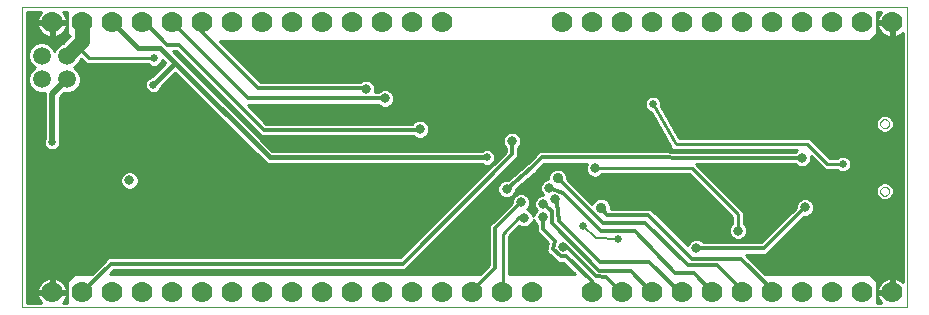
<source format=gbl>
G75*
%MOIN*%
%OFA0B0*%
%FSLAX24Y24*%
%IPPOS*%
%LPD*%
%AMOC8*
5,1,8,0,0,1.08239X$1,22.5*
%
%ADD10C,0.0000*%
%ADD11C,0.0594*%
%ADD12C,0.0700*%
%ADD13C,0.0100*%
%ADD14C,0.0250*%
%ADD15C,0.0200*%
%ADD16C,0.0500*%
%ADD17C,0.0160*%
%ADD18C,0.0080*%
%ADD19C,0.0317*%
%ADD20C,0.0120*%
%ADD21C,0.0356*%
D10*
X001680Y001485D02*
X001680Y011485D01*
X031180Y011485D01*
X031180Y001485D01*
X001680Y001485D01*
X030280Y005360D02*
X030282Y005384D01*
X030288Y005408D01*
X030297Y005430D01*
X030310Y005450D01*
X030326Y005468D01*
X030345Y005483D01*
X030366Y005496D01*
X030388Y005504D01*
X030412Y005509D01*
X030436Y005510D01*
X030460Y005507D01*
X030483Y005500D01*
X030505Y005490D01*
X030525Y005476D01*
X030542Y005459D01*
X030557Y005440D01*
X030568Y005419D01*
X030576Y005396D01*
X030580Y005372D01*
X030580Y005348D01*
X030576Y005324D01*
X030568Y005301D01*
X030557Y005280D01*
X030542Y005261D01*
X030525Y005244D01*
X030505Y005230D01*
X030483Y005220D01*
X030460Y005213D01*
X030436Y005210D01*
X030412Y005211D01*
X030388Y005216D01*
X030366Y005224D01*
X030345Y005237D01*
X030326Y005252D01*
X030310Y005270D01*
X030297Y005290D01*
X030288Y005312D01*
X030282Y005336D01*
X030280Y005360D01*
X030280Y007610D02*
X030282Y007634D01*
X030288Y007658D01*
X030297Y007680D01*
X030310Y007700D01*
X030326Y007718D01*
X030345Y007733D01*
X030366Y007746D01*
X030388Y007754D01*
X030412Y007759D01*
X030436Y007760D01*
X030460Y007757D01*
X030483Y007750D01*
X030505Y007740D01*
X030525Y007726D01*
X030542Y007709D01*
X030557Y007690D01*
X030568Y007669D01*
X030576Y007646D01*
X030580Y007622D01*
X030580Y007598D01*
X030576Y007574D01*
X030568Y007551D01*
X030557Y007530D01*
X030542Y007511D01*
X030525Y007494D01*
X030505Y007480D01*
X030483Y007470D01*
X030460Y007463D01*
X030436Y007460D01*
X030412Y007461D01*
X030388Y007466D01*
X030366Y007474D01*
X030345Y007487D01*
X030326Y007502D01*
X030310Y007520D01*
X030297Y007540D01*
X030288Y007562D01*
X030282Y007586D01*
X030280Y007610D01*
D11*
X003180Y009092D03*
X002330Y009092D03*
X002330Y009879D03*
X003180Y009879D03*
D12*
X002680Y010985D03*
X003680Y010985D03*
X004680Y010985D03*
X005680Y010985D03*
X006680Y010985D03*
X007668Y010985D03*
X008680Y010985D03*
X009680Y010985D03*
X010680Y010985D03*
X011680Y010985D03*
X012680Y010985D03*
X013680Y010985D03*
X014680Y010985D03*
X015680Y010985D03*
X019680Y010985D03*
X020680Y010985D03*
X021680Y010985D03*
X022680Y010985D03*
X023680Y010985D03*
X024680Y010985D03*
X025680Y010985D03*
X026680Y010985D03*
X027680Y010985D03*
X028680Y010985D03*
X029680Y010985D03*
X030680Y010985D03*
X030680Y001985D03*
X029680Y001985D03*
X028680Y001985D03*
X027680Y001985D03*
X026680Y001985D03*
X025680Y001985D03*
X024680Y001985D03*
X023680Y001985D03*
X022682Y001987D03*
X021680Y001985D03*
X020680Y001985D03*
X018680Y001985D03*
X017680Y001985D03*
X016680Y001985D03*
X015680Y001985D03*
X014680Y001985D03*
X013680Y001985D03*
X012680Y001985D03*
X011680Y001985D03*
X010680Y001985D03*
X009680Y001985D03*
X008680Y001985D03*
X007680Y001985D03*
X006680Y001985D03*
X005680Y001985D03*
X004680Y001985D03*
X003680Y001985D03*
X002680Y001985D03*
D13*
X002730Y001978D02*
X003180Y001978D01*
X003178Y001935D02*
X002730Y001935D01*
X002730Y002035D01*
X003178Y002035D01*
X003168Y002102D01*
X003143Y002177D01*
X003108Y002247D01*
X003061Y002311D01*
X003006Y002367D01*
X002942Y002413D01*
X002872Y002449D01*
X002797Y002473D01*
X002730Y002484D01*
X002730Y002035D01*
X002630Y002035D01*
X002630Y001935D01*
X002182Y001935D01*
X002192Y001868D01*
X002217Y001793D01*
X002252Y001723D01*
X002299Y001660D01*
X002323Y001635D01*
X001830Y001635D01*
X001830Y011335D01*
X002323Y011335D01*
X002299Y011311D01*
X002252Y011247D01*
X002217Y011177D01*
X002192Y011102D01*
X002182Y011035D01*
X002630Y011035D01*
X002630Y010935D01*
X002730Y010935D01*
X002730Y010487D01*
X002797Y010498D01*
X002872Y010522D01*
X002942Y010558D01*
X003006Y010604D01*
X003061Y010660D01*
X003108Y010723D01*
X003143Y010793D01*
X003168Y010868D01*
X003178Y010935D01*
X002730Y010935D01*
X002730Y011035D01*
X003178Y011035D01*
X003168Y011102D01*
X003143Y011177D01*
X003108Y011247D01*
X003061Y011311D01*
X003037Y011335D01*
X003180Y011335D01*
X003180Y010610D01*
X003263Y010527D01*
X003157Y010421D01*
X003040Y010305D01*
X002927Y010258D01*
X002801Y010132D01*
X002755Y010021D01*
X002709Y010132D01*
X002583Y010258D01*
X002419Y010326D01*
X002241Y010326D01*
X002077Y010258D01*
X001951Y010132D01*
X001883Y009968D01*
X001883Y009790D01*
X001951Y009626D01*
X002077Y009500D01*
X002113Y009485D01*
X002077Y009470D01*
X001951Y009345D01*
X001883Y009180D01*
X001883Y009003D01*
X001951Y008838D01*
X002077Y008713D01*
X002241Y008645D01*
X002419Y008645D01*
X002434Y008651D01*
X002430Y008641D01*
X002430Y007112D01*
X002405Y007052D01*
X002405Y006942D01*
X002447Y006841D01*
X002524Y006764D01*
X002625Y006722D01*
X002735Y006722D01*
X002836Y006764D01*
X002913Y006841D01*
X002955Y006942D01*
X002955Y007052D01*
X002930Y007112D01*
X002930Y008488D01*
X003088Y008646D01*
X003091Y008645D01*
X003269Y008645D01*
X003433Y008713D01*
X003559Y008838D01*
X003627Y009003D01*
X003627Y009180D01*
X003559Y009345D01*
X003433Y009470D01*
X003397Y009485D01*
X003433Y009500D01*
X003559Y009626D01*
X003606Y009739D01*
X003637Y009770D01*
X003822Y009585D01*
X005891Y009585D01*
X005924Y009552D01*
X006025Y009510D01*
X006135Y009510D01*
X006236Y009552D01*
X006313Y009629D01*
X006355Y009731D01*
X006355Y009735D01*
X006455Y009635D01*
X006005Y009185D01*
X006000Y009185D01*
X005899Y009143D01*
X005822Y009066D01*
X005780Y008965D01*
X005780Y008856D01*
X005822Y008754D01*
X005899Y008677D01*
X006000Y008635D01*
X006110Y008635D01*
X006211Y008677D01*
X006288Y008754D01*
X006330Y008856D01*
X006330Y008860D01*
X006780Y009310D01*
X009835Y006255D01*
X017021Y006255D01*
X017024Y006252D01*
X017125Y006210D01*
X017235Y006210D01*
X017336Y006252D01*
X017413Y006329D01*
X017455Y006431D01*
X017455Y006540D01*
X017413Y006641D01*
X017336Y006718D01*
X017235Y006760D01*
X017125Y006760D01*
X017024Y006718D01*
X017021Y006715D01*
X010025Y006715D01*
X007035Y009706D01*
X006900Y009840D01*
X006705Y010035D01*
X006807Y010035D01*
X009649Y007194D01*
X014726Y007194D01*
X014758Y007162D01*
X014871Y007115D01*
X014994Y007115D01*
X015107Y007162D01*
X015194Y007249D01*
X015241Y007362D01*
X015241Y007485D01*
X015194Y007598D01*
X015107Y007685D01*
X014994Y007732D01*
X014871Y007732D01*
X014758Y007685D01*
X014687Y007614D01*
X009823Y007614D01*
X009193Y008243D01*
X013554Y008243D01*
X013605Y008192D01*
X013719Y008145D01*
X013841Y008145D01*
X013955Y008192D01*
X014042Y008279D01*
X014089Y008392D01*
X014089Y008515D01*
X014042Y008628D01*
X013955Y008715D01*
X013841Y008762D01*
X013719Y008762D01*
X013605Y008715D01*
X013554Y008663D01*
X013431Y008663D01*
X013451Y008711D01*
X013451Y008834D01*
X013404Y008947D01*
X013317Y009034D01*
X013204Y009081D01*
X013081Y009081D01*
X012968Y009034D01*
X012929Y008995D01*
X009629Y008995D01*
X008264Y010360D01*
X029930Y010360D01*
X030180Y010610D01*
X030180Y011335D01*
X030323Y011335D01*
X030299Y011311D01*
X030252Y011247D01*
X030217Y011177D01*
X030192Y011102D01*
X030182Y011035D01*
X030630Y011035D01*
X030630Y010935D01*
X030730Y010935D01*
X030730Y010487D01*
X030797Y010498D01*
X030872Y010522D01*
X030942Y010558D01*
X031006Y010604D01*
X031030Y010628D01*
X031030Y002342D01*
X031006Y002367D01*
X030942Y002413D01*
X030872Y002449D01*
X030797Y002473D01*
X030730Y002484D01*
X030730Y002035D01*
X030630Y002035D01*
X030630Y001935D01*
X030182Y001935D01*
X030192Y001868D01*
X030217Y001793D01*
X030252Y001723D01*
X030299Y001660D01*
X030323Y001635D01*
X030180Y001635D01*
X030180Y002360D01*
X029930Y002610D01*
X026452Y002610D01*
X025812Y003250D01*
X026492Y003250D01*
X026615Y003373D01*
X027756Y004514D01*
X027829Y004514D01*
X027942Y004561D01*
X028029Y004648D01*
X028076Y004761D01*
X028076Y004884D01*
X028029Y004997D01*
X027942Y005084D01*
X027829Y005131D01*
X027706Y005131D01*
X027593Y005084D01*
X027506Y004997D01*
X027459Y004884D01*
X027459Y004811D01*
X026318Y003670D01*
X024381Y003670D01*
X024330Y003722D01*
X024216Y003769D01*
X024094Y003769D01*
X023980Y003722D01*
X023894Y003635D01*
X023859Y003553D01*
X022642Y004770D01*
X021308Y004770D01*
X021308Y004876D01*
X021258Y004996D01*
X021166Y005088D01*
X021045Y005138D01*
X020915Y005138D01*
X020794Y005088D01*
X020702Y004996D01*
X020682Y004947D01*
X019858Y005757D01*
X019858Y005851D01*
X019808Y005971D01*
X019716Y006063D01*
X019595Y006113D01*
X019465Y006113D01*
X019344Y006063D01*
X019252Y005971D01*
X019202Y005851D01*
X019202Y005769D01*
X019194Y005769D01*
X019080Y005722D01*
X018994Y005635D01*
X018947Y005522D01*
X018947Y005399D01*
X018994Y005286D01*
X019035Y005244D01*
X018994Y005244D01*
X018880Y005197D01*
X018794Y005110D01*
X018747Y004997D01*
X018747Y004874D01*
X018794Y004761D01*
X018831Y004723D01*
X018769Y004660D01*
X018722Y004547D01*
X018722Y004545D01*
X018679Y004647D01*
X018592Y004734D01*
X018520Y004764D01*
X018566Y004811D01*
X018613Y004924D01*
X018613Y005047D01*
X018566Y005160D01*
X018480Y005247D01*
X018366Y005294D01*
X018244Y005294D01*
X018130Y005247D01*
X018044Y005160D01*
X017997Y005047D01*
X017997Y004974D01*
X017368Y004345D01*
X017245Y004222D01*
X017245Y002897D01*
X016958Y002610D01*
X004602Y002610D01*
X004729Y002738D01*
X014454Y002738D01*
X018092Y006375D01*
X018215Y006498D01*
X018215Y006809D01*
X018266Y006861D01*
X018313Y006974D01*
X018313Y007097D01*
X018266Y007210D01*
X018180Y007297D01*
X018066Y007344D01*
X017944Y007344D01*
X017830Y007297D01*
X017744Y007210D01*
X017697Y007097D01*
X017697Y006974D01*
X017744Y006861D01*
X017795Y006809D01*
X017795Y006672D01*
X014281Y003158D01*
X004556Y003158D01*
X004433Y003035D01*
X004008Y002610D01*
X003430Y002610D01*
X003180Y002360D01*
X003180Y001635D01*
X003037Y001635D01*
X003061Y001660D01*
X003108Y001723D01*
X003143Y001793D01*
X003168Y001868D01*
X003178Y001935D01*
X003169Y001879D02*
X003180Y001879D01*
X003180Y001781D02*
X003137Y001781D01*
X003180Y001682D02*
X003078Y001682D01*
X003172Y002076D02*
X003180Y002076D01*
X003180Y002175D02*
X003144Y002175D01*
X003180Y002273D02*
X003089Y002273D01*
X002999Y002372D02*
X003192Y002372D01*
X003290Y002470D02*
X002805Y002470D01*
X002730Y002470D02*
X002630Y002470D01*
X002630Y002484D02*
X002563Y002473D01*
X002488Y002449D01*
X002418Y002413D01*
X002354Y002367D01*
X002299Y002311D01*
X002252Y002247D01*
X002217Y002177D01*
X002192Y002102D01*
X002182Y002035D01*
X002630Y002035D01*
X002630Y002484D01*
X002555Y002470D02*
X001830Y002470D01*
X001830Y002372D02*
X002361Y002372D01*
X002271Y002273D02*
X001830Y002273D01*
X001830Y002175D02*
X002216Y002175D01*
X002188Y002076D02*
X001830Y002076D01*
X001830Y001978D02*
X002630Y001978D01*
X002630Y002076D02*
X002730Y002076D01*
X002730Y002175D02*
X002630Y002175D01*
X002630Y002273D02*
X002730Y002273D01*
X002730Y002372D02*
X002630Y002372D01*
X003389Y002569D02*
X001830Y002569D01*
X001830Y002667D02*
X004065Y002667D01*
X004164Y002766D02*
X001830Y002766D01*
X001830Y002864D02*
X004262Y002864D01*
X004361Y002963D02*
X001830Y002963D01*
X001830Y003061D02*
X004459Y003061D01*
X004659Y002667D02*
X017015Y002667D01*
X017114Y002766D02*
X014482Y002766D01*
X014581Y002864D02*
X017212Y002864D01*
X017245Y002963D02*
X014679Y002963D01*
X014778Y003061D02*
X017245Y003061D01*
X017245Y003160D02*
X014876Y003160D01*
X014975Y003258D02*
X017245Y003258D01*
X017245Y003357D02*
X015073Y003357D01*
X015172Y003455D02*
X017245Y003455D01*
X017245Y003554D02*
X015270Y003554D01*
X015369Y003652D02*
X017245Y003652D01*
X017245Y003751D02*
X015467Y003751D01*
X015566Y003849D02*
X017245Y003849D01*
X017245Y003948D02*
X015664Y003948D01*
X015763Y004046D02*
X017245Y004046D01*
X017245Y004145D02*
X015861Y004145D01*
X015960Y004243D02*
X017266Y004243D01*
X017365Y004342D02*
X016058Y004342D01*
X016157Y004440D02*
X017463Y004440D01*
X017562Y004539D02*
X016255Y004539D01*
X016354Y004637D02*
X017660Y004637D01*
X017759Y004736D02*
X016452Y004736D01*
X016551Y004834D02*
X017857Y004834D01*
X017956Y004933D02*
X016649Y004933D01*
X016748Y005031D02*
X017997Y005031D01*
X018031Y005130D02*
X017898Y005130D01*
X017891Y005127D02*
X018005Y005174D01*
X018091Y005261D01*
X018138Y005374D01*
X018138Y005422D01*
X018757Y005950D01*
X018767Y005950D01*
X018823Y006006D01*
X018882Y006057D01*
X018883Y006067D01*
X019092Y006275D01*
X020496Y006273D01*
X020459Y006184D01*
X020459Y006061D01*
X020506Y005948D01*
X020593Y005861D01*
X020706Y005814D01*
X020829Y005814D01*
X020942Y005861D01*
X021016Y005935D01*
X023922Y005935D01*
X025343Y004515D01*
X025343Y004284D01*
X025281Y004222D01*
X025234Y004109D01*
X025234Y003986D01*
X025281Y003873D01*
X025368Y003786D01*
X025481Y003739D01*
X025604Y003739D01*
X025717Y003786D01*
X025804Y003873D01*
X025851Y003986D01*
X025851Y004109D01*
X025804Y004222D01*
X025742Y004284D01*
X025742Y004681D01*
X025625Y004798D01*
X024155Y006268D01*
X027441Y006263D01*
X027493Y006211D01*
X027606Y006164D01*
X027729Y006164D01*
X027842Y006211D01*
X027929Y006298D01*
X027976Y006411D01*
X027976Y006532D01*
X028319Y006188D01*
X028436Y006071D01*
X028838Y006071D01*
X028871Y006038D01*
X028972Y005996D01*
X029082Y005996D01*
X029183Y006038D01*
X029260Y006116D01*
X029302Y006217D01*
X029302Y006326D01*
X029260Y006427D01*
X029183Y006504D01*
X029082Y006546D01*
X028972Y006546D01*
X028871Y006504D01*
X028838Y006471D01*
X028602Y006471D01*
X027938Y007135D01*
X023577Y007135D01*
X022974Y008197D01*
X022980Y008211D01*
X022980Y008321D01*
X022938Y008422D01*
X022861Y008499D01*
X022760Y008541D01*
X022651Y008541D01*
X022550Y008499D01*
X022472Y008422D01*
X022430Y008321D01*
X022430Y008211D01*
X022472Y008110D01*
X022550Y008033D01*
X022626Y008001D01*
X023269Y006868D01*
X023269Y006838D01*
X023308Y006799D01*
X023336Y006750D01*
X023365Y006743D01*
X023386Y006721D01*
X023442Y006721D01*
X023496Y006706D01*
X023522Y006721D01*
X023552Y006721D01*
X023566Y006735D01*
X027495Y006735D01*
X027493Y006734D01*
X027442Y006683D01*
X019092Y006695D01*
X019092Y006695D01*
X019005Y006695D01*
X018918Y006695D01*
X018857Y006634D01*
X018795Y006573D01*
X018795Y006572D01*
X018537Y006315D01*
X017868Y005744D01*
X017769Y005744D01*
X017655Y005697D01*
X017569Y005610D01*
X017522Y005497D01*
X017522Y005374D01*
X017569Y005261D01*
X017655Y005174D01*
X017769Y005127D01*
X017891Y005127D01*
X017762Y005130D02*
X016846Y005130D01*
X016945Y005228D02*
X017601Y005228D01*
X017541Y005327D02*
X017043Y005327D01*
X017142Y005425D02*
X017522Y005425D01*
X017533Y005524D02*
X017240Y005524D01*
X017339Y005622D02*
X017581Y005622D01*
X017713Y005721D02*
X017437Y005721D01*
X017536Y005819D02*
X017957Y005819D01*
X018072Y005918D02*
X017634Y005918D01*
X017733Y006016D02*
X018188Y006016D01*
X018303Y006115D02*
X017831Y006115D01*
X017930Y006213D02*
X018419Y006213D01*
X018534Y006312D02*
X018028Y006312D01*
X018127Y006410D02*
X018633Y006410D01*
X018732Y006509D02*
X018215Y006509D01*
X018215Y006607D02*
X018830Y006607D01*
X018918Y006695D02*
X018918Y006695D01*
X018918Y006695D01*
X018284Y006903D02*
X023249Y006903D01*
X023303Y006804D02*
X018215Y006804D01*
X018215Y006706D02*
X027464Y006706D01*
X027855Y006935D02*
X028519Y006271D01*
X029027Y006271D01*
X029267Y006410D02*
X031030Y006410D01*
X031030Y006312D02*
X029302Y006312D01*
X029301Y006213D02*
X031030Y006213D01*
X031030Y006115D02*
X029260Y006115D01*
X029130Y006016D02*
X031030Y006016D01*
X031030Y005918D02*
X024505Y005918D01*
X024407Y006016D02*
X028924Y006016D01*
X028393Y006115D02*
X024308Y006115D01*
X024210Y006213D02*
X027491Y006213D01*
X027844Y006213D02*
X028294Y006213D01*
X028196Y006312D02*
X027935Y006312D01*
X027975Y006410D02*
X028097Y006410D01*
X027999Y006509D02*
X027976Y006509D01*
X028367Y006706D02*
X031030Y006706D01*
X031030Y006804D02*
X028269Y006804D01*
X028170Y006903D02*
X031030Y006903D01*
X031030Y007001D02*
X028072Y007001D01*
X027973Y007100D02*
X031030Y007100D01*
X031030Y007198D02*
X023542Y007198D01*
X023486Y007297D02*
X031030Y007297D01*
X031030Y007395D02*
X030639Y007395D01*
X030600Y007356D02*
X030684Y007440D01*
X030730Y007551D01*
X030730Y007670D01*
X030684Y007780D01*
X030600Y007865D01*
X030490Y007910D01*
X030370Y007910D01*
X030260Y007865D01*
X030176Y007780D01*
X030130Y007670D01*
X030130Y007551D01*
X030176Y007440D01*
X030260Y007356D01*
X030370Y007310D01*
X030490Y007310D01*
X030600Y007356D01*
X030706Y007494D02*
X031030Y007494D01*
X031030Y007592D02*
X030730Y007592D01*
X030721Y007691D02*
X031030Y007691D01*
X031030Y007789D02*
X030675Y007789D01*
X030544Y007888D02*
X031030Y007888D01*
X031030Y007986D02*
X023094Y007986D01*
X023150Y007888D02*
X030316Y007888D01*
X030185Y007789D02*
X023206Y007789D01*
X023262Y007691D02*
X030139Y007691D01*
X030130Y007592D02*
X023318Y007592D01*
X023374Y007494D02*
X030154Y007494D01*
X030221Y007395D02*
X023430Y007395D01*
X023082Y007198D02*
X018271Y007198D01*
X018312Y007100D02*
X023138Y007100D01*
X023194Y007001D02*
X018313Y007001D01*
X017795Y006804D02*
X009936Y006804D01*
X009838Y006903D02*
X017726Y006903D01*
X017697Y007001D02*
X009739Y007001D01*
X009641Y007100D02*
X017698Y007100D01*
X017739Y007198D02*
X015143Y007198D01*
X015214Y007297D02*
X017830Y007297D01*
X018180Y007297D02*
X023026Y007297D01*
X022970Y007395D02*
X015241Y007395D01*
X015237Y007494D02*
X022914Y007494D01*
X022858Y007592D02*
X015196Y007592D01*
X015093Y007691D02*
X022802Y007691D01*
X022746Y007789D02*
X009647Y007789D01*
X009746Y007691D02*
X014772Y007691D01*
X013934Y008183D02*
X022442Y008183D01*
X022430Y008282D02*
X014043Y008282D01*
X014084Y008380D02*
X022455Y008380D01*
X022529Y008479D02*
X014089Y008479D01*
X014063Y008577D02*
X031030Y008577D01*
X031030Y008479D02*
X022881Y008479D01*
X022956Y008380D02*
X031030Y008380D01*
X031030Y008282D02*
X022980Y008282D01*
X022982Y008183D02*
X031030Y008183D01*
X031030Y008085D02*
X023038Y008085D01*
X022705Y008266D02*
X023469Y006921D01*
X023483Y006935D01*
X027855Y006935D01*
X028466Y006607D02*
X031030Y006607D01*
X031030Y006509D02*
X029172Y006509D01*
X028882Y006509D02*
X028564Y006509D01*
X030176Y005530D02*
X030260Y005615D01*
X030370Y005660D01*
X030490Y005660D01*
X030600Y005615D01*
X030684Y005530D01*
X030730Y005420D01*
X030730Y005301D01*
X030684Y005190D01*
X030600Y005106D01*
X030490Y005060D01*
X030370Y005060D01*
X030260Y005106D01*
X030176Y005190D01*
X030130Y005301D01*
X030130Y005420D01*
X030176Y005530D01*
X030173Y005524D02*
X024899Y005524D01*
X024801Y005622D02*
X030279Y005622D01*
X030581Y005622D02*
X031030Y005622D01*
X031030Y005524D02*
X030687Y005524D01*
X030728Y005425D02*
X031030Y005425D01*
X031030Y005327D02*
X030730Y005327D01*
X030700Y005228D02*
X031030Y005228D01*
X031030Y005130D02*
X030624Y005130D01*
X030236Y005130D02*
X027832Y005130D01*
X027703Y005130D02*
X025293Y005130D01*
X025195Y005228D02*
X030160Y005228D01*
X030130Y005327D02*
X025096Y005327D01*
X024998Y005425D02*
X030132Y005425D01*
X031030Y005721D02*
X024702Y005721D01*
X024604Y005819D02*
X031030Y005819D01*
X031030Y005031D02*
X027995Y005031D01*
X028056Y004933D02*
X031030Y004933D01*
X031030Y004834D02*
X028076Y004834D01*
X028065Y004736D02*
X031030Y004736D01*
X031030Y004637D02*
X028018Y004637D01*
X027888Y004539D02*
X031030Y004539D01*
X031030Y004440D02*
X027682Y004440D01*
X027583Y004342D02*
X031030Y004342D01*
X031030Y004243D02*
X027485Y004243D01*
X027386Y004145D02*
X031030Y004145D01*
X031030Y004046D02*
X027288Y004046D01*
X027189Y003948D02*
X031030Y003948D01*
X031030Y003849D02*
X027091Y003849D01*
X026992Y003751D02*
X031030Y003751D01*
X031030Y003652D02*
X026894Y003652D01*
X026795Y003554D02*
X031030Y003554D01*
X031030Y003455D02*
X026697Y003455D01*
X026598Y003357D02*
X031030Y003357D01*
X031030Y003258D02*
X026500Y003258D01*
X025902Y003160D02*
X031030Y003160D01*
X031030Y003061D02*
X026001Y003061D01*
X026099Y002963D02*
X031030Y002963D01*
X031030Y002864D02*
X026198Y002864D01*
X026296Y002766D02*
X031030Y002766D01*
X031030Y002667D02*
X026395Y002667D01*
X026399Y003751D02*
X025631Y003751D01*
X025454Y003751D02*
X024260Y003751D01*
X024050Y003751D02*
X023661Y003751D01*
X023563Y003849D02*
X025305Y003849D01*
X025250Y003948D02*
X023464Y003948D01*
X023366Y004046D02*
X025234Y004046D01*
X025249Y004145D02*
X023267Y004145D01*
X023169Y004243D02*
X025302Y004243D01*
X025343Y004342D02*
X023070Y004342D01*
X022972Y004440D02*
X025343Y004440D01*
X025319Y004539D02*
X022873Y004539D01*
X022775Y004637D02*
X025220Y004637D01*
X025122Y004736D02*
X022676Y004736D01*
X021308Y004834D02*
X025023Y004834D01*
X024925Y004933D02*
X021284Y004933D01*
X021223Y005031D02*
X024826Y005031D01*
X024728Y005130D02*
X021066Y005130D01*
X020894Y005130D02*
X020496Y005130D01*
X020396Y005228D02*
X024629Y005228D01*
X024531Y005327D02*
X020296Y005327D01*
X020195Y005425D02*
X024432Y005425D01*
X024334Y005524D02*
X020095Y005524D01*
X019995Y005622D02*
X024235Y005622D01*
X024137Y005721D02*
X019895Y005721D01*
X019858Y005819D02*
X020694Y005819D01*
X020841Y005819D02*
X024038Y005819D01*
X023940Y005918D02*
X020999Y005918D01*
X020868Y006135D02*
X020768Y006123D01*
X020868Y006135D02*
X024005Y006135D01*
X025543Y004598D01*
X025543Y004048D01*
X025851Y004046D02*
X026694Y004046D01*
X026596Y003948D02*
X025835Y003948D01*
X025780Y003849D02*
X026497Y003849D01*
X026793Y004145D02*
X025836Y004145D01*
X025783Y004243D02*
X026891Y004243D01*
X026990Y004342D02*
X025742Y004342D01*
X025742Y004440D02*
X027088Y004440D01*
X027187Y004539D02*
X025742Y004539D01*
X025742Y004637D02*
X027285Y004637D01*
X027384Y004736D02*
X025687Y004736D01*
X025589Y004834D02*
X027459Y004834D01*
X027479Y004933D02*
X025490Y004933D01*
X025392Y005031D02*
X027540Y005031D01*
X023911Y003652D02*
X023760Y003652D01*
X023858Y003554D02*
X023860Y003554D01*
X020737Y005031D02*
X020596Y005031D01*
X018976Y005327D02*
X018119Y005327D01*
X018112Y005228D02*
X018059Y005228D01*
X018142Y005425D02*
X018947Y005425D01*
X018947Y005524D02*
X018257Y005524D01*
X018373Y005622D02*
X018988Y005622D01*
X019079Y005721D02*
X018488Y005721D01*
X018604Y005819D02*
X019202Y005819D01*
X019230Y005918D02*
X018719Y005918D01*
X018835Y006016D02*
X019297Y006016D01*
X019763Y006016D02*
X020478Y006016D01*
X020459Y006115D02*
X018931Y006115D01*
X019030Y006213D02*
X020471Y006213D01*
X020536Y005918D02*
X019830Y005918D01*
X018956Y005228D02*
X018498Y005228D01*
X018579Y005130D02*
X018813Y005130D01*
X018761Y005031D02*
X018613Y005031D01*
X018613Y004933D02*
X018747Y004933D01*
X018763Y004834D02*
X018576Y004834D01*
X018588Y004736D02*
X018818Y004736D01*
X018759Y004637D02*
X018683Y004637D01*
X018726Y004413D02*
X018769Y004311D01*
X018835Y004244D01*
X018845Y004080D01*
X018844Y004002D01*
X018850Y003995D01*
X018851Y003985D01*
X018910Y003933D01*
X019203Y003630D01*
X019186Y003538D01*
X019170Y003522D01*
X019170Y003455D01*
X019157Y003389D01*
X019170Y003371D01*
X019170Y003348D01*
X019217Y003301D01*
X019255Y003245D01*
X019277Y003241D01*
X019427Y003092D01*
X019427Y003082D01*
X019487Y003031D01*
X019543Y002975D01*
X019552Y002975D01*
X019559Y002969D01*
X019638Y002975D01*
X019717Y002975D01*
X019719Y002977D01*
X020103Y002610D01*
X017905Y002610D01*
X017905Y003852D01*
X018258Y004205D01*
X018356Y004164D01*
X018479Y004164D01*
X018592Y004211D01*
X018679Y004298D01*
X018726Y004411D01*
X018726Y004413D01*
X018697Y004342D02*
X018756Y004342D01*
X018835Y004243D02*
X018624Y004243D01*
X018841Y004145D02*
X018197Y004145D01*
X018099Y004046D02*
X018844Y004046D01*
X018893Y003948D02*
X018000Y003948D01*
X017905Y003849D02*
X018991Y003849D01*
X019086Y003751D02*
X017905Y003751D01*
X017905Y003652D02*
X019182Y003652D01*
X019189Y003554D02*
X017905Y003554D01*
X017905Y003455D02*
X019170Y003455D01*
X019170Y003357D02*
X017905Y003357D01*
X017905Y003258D02*
X019246Y003258D01*
X019359Y003160D02*
X017905Y003160D01*
X017905Y003061D02*
X019452Y003061D01*
X019734Y002963D02*
X017905Y002963D01*
X017905Y002864D02*
X019837Y002864D01*
X019940Y002766D02*
X017905Y002766D01*
X017905Y002667D02*
X020043Y002667D01*
X017705Y002085D02*
X017705Y003935D01*
X018255Y004485D01*
X018418Y004473D01*
X016548Y005425D02*
X005343Y005425D01*
X005316Y005414D02*
X005430Y005461D01*
X005516Y005548D01*
X005563Y005661D01*
X005563Y005784D01*
X005516Y005897D01*
X005430Y005984D01*
X005316Y006031D01*
X005194Y006031D01*
X005080Y005984D01*
X004994Y005897D01*
X004947Y005784D01*
X004947Y005661D01*
X004994Y005548D01*
X005080Y005461D01*
X005194Y005414D01*
X005316Y005414D01*
X005167Y005425D02*
X001830Y005425D01*
X001830Y005327D02*
X016450Y005327D01*
X016351Y005228D02*
X001830Y005228D01*
X001830Y005130D02*
X016253Y005130D01*
X016154Y005031D02*
X001830Y005031D01*
X001830Y004933D02*
X016056Y004933D01*
X015957Y004834D02*
X001830Y004834D01*
X001830Y004736D02*
X015859Y004736D01*
X015760Y004637D02*
X001830Y004637D01*
X001830Y004539D02*
X015662Y004539D01*
X015563Y004440D02*
X001830Y004440D01*
X001830Y004342D02*
X015465Y004342D01*
X015366Y004243D02*
X001830Y004243D01*
X001830Y004145D02*
X015268Y004145D01*
X015169Y004046D02*
X001830Y004046D01*
X001830Y003948D02*
X015071Y003948D01*
X014972Y003849D02*
X001830Y003849D01*
X001830Y003751D02*
X014874Y003751D01*
X014775Y003652D02*
X001830Y003652D01*
X001830Y003554D02*
X014677Y003554D01*
X014578Y003455D02*
X001830Y003455D01*
X001830Y003357D02*
X014480Y003357D01*
X014381Y003258D02*
X001830Y003258D01*
X001830Y003160D02*
X014283Y003160D01*
X017680Y002085D02*
X017705Y002085D01*
X016647Y005524D02*
X005492Y005524D01*
X005547Y005622D02*
X016745Y005622D01*
X016844Y005721D02*
X005563Y005721D01*
X005549Y005819D02*
X016942Y005819D01*
X017041Y005918D02*
X005496Y005918D01*
X005352Y006016D02*
X017139Y006016D01*
X017238Y006115D02*
X001830Y006115D01*
X001830Y006213D02*
X017118Y006213D01*
X017242Y006213D02*
X017336Y006213D01*
X017395Y006312D02*
X017435Y006312D01*
X017447Y006410D02*
X017533Y006410D01*
X017455Y006509D02*
X017632Y006509D01*
X017730Y006607D02*
X017427Y006607D01*
X017348Y006706D02*
X017795Y006706D01*
X013626Y008183D02*
X009253Y008183D01*
X009352Y008085D02*
X022498Y008085D01*
X022634Y007986D02*
X009450Y007986D01*
X009549Y007888D02*
X022690Y007888D01*
X030019Y010449D02*
X031030Y010449D01*
X031030Y010547D02*
X030922Y010547D01*
X030730Y010547D02*
X030630Y010547D01*
X030630Y010487D02*
X030630Y010935D01*
X030182Y010935D01*
X030192Y010868D01*
X030217Y010793D01*
X030252Y010723D01*
X030299Y010660D01*
X030354Y010604D01*
X030418Y010558D01*
X030488Y010522D01*
X030563Y010498D01*
X030630Y010487D01*
X030630Y010646D02*
X030730Y010646D01*
X030730Y010744D02*
X030630Y010744D01*
X030630Y010843D02*
X030730Y010843D01*
X030630Y010941D02*
X030180Y010941D01*
X030180Y010843D02*
X030201Y010843D01*
X030180Y010744D02*
X030242Y010744D01*
X030180Y010646D02*
X030312Y010646D01*
X030438Y010547D02*
X030117Y010547D01*
X030180Y011040D02*
X030182Y011040D01*
X030180Y011138D02*
X030204Y011138D01*
X030180Y011237D02*
X030247Y011237D01*
X031030Y010350D02*
X008274Y010350D01*
X008373Y010252D02*
X031030Y010252D01*
X031030Y010153D02*
X008471Y010153D01*
X008570Y010055D02*
X031030Y010055D01*
X031030Y009956D02*
X008668Y009956D01*
X008767Y009858D02*
X031030Y009858D01*
X031030Y009759D02*
X008865Y009759D01*
X008964Y009661D02*
X031030Y009661D01*
X031030Y009562D02*
X009062Y009562D01*
X009161Y009464D02*
X031030Y009464D01*
X031030Y009365D02*
X009259Y009365D01*
X009358Y009267D02*
X031030Y009267D01*
X031030Y009168D02*
X009456Y009168D01*
X009555Y009070D02*
X013054Y009070D01*
X013231Y009070D02*
X031030Y009070D01*
X031030Y008971D02*
X013380Y008971D01*
X013435Y008873D02*
X031030Y008873D01*
X031030Y008774D02*
X013451Y008774D01*
X013436Y008676D02*
X013566Y008676D01*
X013994Y008676D02*
X031030Y008676D01*
X031030Y002569D02*
X029971Y002569D01*
X030070Y002470D02*
X030555Y002470D01*
X030563Y002473D02*
X030488Y002449D01*
X030418Y002413D01*
X030354Y002367D01*
X030299Y002311D01*
X030252Y002247D01*
X030217Y002177D01*
X030192Y002102D01*
X030182Y002035D01*
X030630Y002035D01*
X030630Y002484D01*
X030563Y002473D01*
X030630Y002470D02*
X030730Y002470D01*
X030805Y002470D02*
X031030Y002470D01*
X031030Y002372D02*
X030999Y002372D01*
X030730Y002372D02*
X030630Y002372D01*
X030630Y002273D02*
X030730Y002273D01*
X030730Y002175D02*
X030630Y002175D01*
X030630Y002076D02*
X030730Y002076D01*
X030630Y001978D02*
X030180Y001978D01*
X030180Y002076D02*
X030188Y002076D01*
X030180Y002175D02*
X030216Y002175D01*
X030180Y002273D02*
X030271Y002273D01*
X030361Y002372D02*
X030168Y002372D01*
X030180Y001879D02*
X030191Y001879D01*
X030180Y001781D02*
X030223Y001781D01*
X030180Y001682D02*
X030282Y001682D01*
X009778Y006312D02*
X001830Y006312D01*
X001830Y006410D02*
X009680Y006410D01*
X009581Y006509D02*
X001830Y006509D01*
X001830Y006607D02*
X009483Y006607D01*
X009384Y006706D02*
X001830Y006706D01*
X001830Y006804D02*
X002484Y006804D01*
X002421Y006903D02*
X001830Y006903D01*
X001830Y007001D02*
X002405Y007001D01*
X002425Y007100D02*
X001830Y007100D01*
X001830Y007198D02*
X002430Y007198D01*
X002430Y007297D02*
X001830Y007297D01*
X001830Y007395D02*
X002430Y007395D01*
X002430Y007494D02*
X001830Y007494D01*
X001830Y007592D02*
X002430Y007592D01*
X002430Y007691D02*
X001830Y007691D01*
X001830Y007789D02*
X002430Y007789D01*
X002430Y007888D02*
X001830Y007888D01*
X001830Y007986D02*
X002430Y007986D01*
X002430Y008085D02*
X001830Y008085D01*
X001830Y008183D02*
X002430Y008183D01*
X002430Y008282D02*
X001830Y008282D01*
X001830Y008380D02*
X002430Y008380D01*
X002430Y008479D02*
X001830Y008479D01*
X001830Y008577D02*
X002430Y008577D01*
X002166Y008676D02*
X001830Y008676D01*
X001830Y008774D02*
X002015Y008774D01*
X001937Y008873D02*
X001830Y008873D01*
X001830Y008971D02*
X001896Y008971D01*
X001883Y009070D02*
X001830Y009070D01*
X001830Y009168D02*
X001883Y009168D01*
X001919Y009267D02*
X001830Y009267D01*
X001830Y009365D02*
X001972Y009365D01*
X002070Y009464D02*
X001830Y009464D01*
X001830Y009562D02*
X002015Y009562D01*
X001937Y009661D02*
X001830Y009661D01*
X001830Y009759D02*
X001896Y009759D01*
X001883Y009858D02*
X001830Y009858D01*
X001830Y009956D02*
X001883Y009956D01*
X001919Y010055D02*
X001830Y010055D01*
X001830Y010153D02*
X001972Y010153D01*
X002071Y010252D02*
X001830Y010252D01*
X001830Y010350D02*
X003086Y010350D01*
X003184Y010449D02*
X001830Y010449D01*
X001830Y010547D02*
X002438Y010547D01*
X002418Y010558D02*
X002488Y010522D01*
X002563Y010498D01*
X002630Y010487D01*
X002630Y010935D01*
X002182Y010935D01*
X002192Y010868D01*
X002217Y010793D01*
X002252Y010723D01*
X002299Y010660D01*
X002354Y010604D01*
X002418Y010558D01*
X002312Y010646D02*
X001830Y010646D01*
X001830Y010744D02*
X002242Y010744D01*
X002201Y010843D02*
X001830Y010843D01*
X001830Y010941D02*
X002630Y010941D01*
X002630Y010843D02*
X002730Y010843D01*
X002730Y010941D02*
X003180Y010941D01*
X003180Y010843D02*
X003159Y010843D01*
X003180Y010744D02*
X003118Y010744D01*
X003180Y010646D02*
X003048Y010646D01*
X002922Y010547D02*
X003243Y010547D01*
X002921Y010252D02*
X002589Y010252D01*
X002688Y010153D02*
X002822Y010153D01*
X002769Y010055D02*
X002741Y010055D01*
X003496Y010195D02*
X003905Y009785D01*
X006080Y009785D01*
X006326Y009661D02*
X006429Y009661D01*
X006382Y009562D02*
X006246Y009562D01*
X006283Y009464D02*
X003440Y009464D01*
X003495Y009562D02*
X005914Y009562D01*
X006185Y009365D02*
X003538Y009365D01*
X003591Y009267D02*
X006086Y009267D01*
X005959Y009168D02*
X003627Y009168D01*
X003627Y009070D02*
X005826Y009070D01*
X005783Y008971D02*
X003614Y008971D01*
X003573Y008873D02*
X005780Y008873D01*
X005814Y008774D02*
X003495Y008774D01*
X003344Y008676D02*
X005902Y008676D01*
X006208Y008676D02*
X007414Y008676D01*
X007316Y008774D02*
X006296Y008774D01*
X006343Y008873D02*
X007217Y008873D01*
X007119Y008971D02*
X006441Y008971D01*
X006540Y009070D02*
X007020Y009070D01*
X006922Y009168D02*
X006638Y009168D01*
X006737Y009267D02*
X006823Y009267D01*
X007178Y009562D02*
X007280Y009562D01*
X007277Y009464D02*
X007379Y009464D01*
X007375Y009365D02*
X007477Y009365D01*
X007474Y009267D02*
X007576Y009267D01*
X007572Y009168D02*
X007674Y009168D01*
X007671Y009070D02*
X007773Y009070D01*
X007769Y008971D02*
X007871Y008971D01*
X007868Y008873D02*
X007970Y008873D01*
X007966Y008774D02*
X008068Y008774D01*
X008065Y008676D02*
X008167Y008676D01*
X008163Y008577D02*
X008265Y008577D01*
X008262Y008479D02*
X008364Y008479D01*
X008360Y008380D02*
X008462Y008380D01*
X008459Y008282D02*
X008561Y008282D01*
X008557Y008183D02*
X008659Y008183D01*
X008656Y008085D02*
X008758Y008085D01*
X008754Y007986D02*
X008856Y007986D01*
X008853Y007888D02*
X008955Y007888D01*
X008951Y007789D02*
X009053Y007789D01*
X009050Y007691D02*
X009152Y007691D01*
X009148Y007592D02*
X009250Y007592D01*
X009247Y007494D02*
X009349Y007494D01*
X009345Y007395D02*
X009447Y007395D01*
X009444Y007297D02*
X009546Y007297D01*
X009542Y007198D02*
X009644Y007198D01*
X009187Y006903D02*
X002939Y006903D01*
X002955Y007001D02*
X009089Y007001D01*
X008990Y007100D02*
X002935Y007100D01*
X002930Y007198D02*
X008892Y007198D01*
X008793Y007297D02*
X002930Y007297D01*
X002930Y007395D02*
X008695Y007395D01*
X008596Y007494D02*
X002930Y007494D01*
X002930Y007592D02*
X008498Y007592D01*
X008399Y007691D02*
X002930Y007691D01*
X002930Y007789D02*
X008301Y007789D01*
X008202Y007888D02*
X002930Y007888D01*
X002930Y007986D02*
X008104Y007986D01*
X008005Y008085D02*
X002930Y008085D01*
X002930Y008183D02*
X007907Y008183D01*
X007808Y008282D02*
X002930Y008282D01*
X002930Y008380D02*
X007710Y008380D01*
X007611Y008479D02*
X002930Y008479D01*
X003019Y008577D02*
X007513Y008577D01*
X007182Y009661D02*
X007080Y009661D01*
X007035Y009706D02*
X007035Y009706D01*
X007083Y009759D02*
X006981Y009759D01*
X006985Y009858D02*
X006883Y009858D01*
X006886Y009956D02*
X006784Y009956D01*
X003747Y009661D02*
X003573Y009661D01*
X003626Y009759D02*
X003648Y009759D01*
X002730Y010547D02*
X002630Y010547D01*
X002630Y010646D02*
X002730Y010646D01*
X002730Y010744D02*
X002630Y010744D01*
X002182Y011040D02*
X001830Y011040D01*
X001830Y011138D02*
X002204Y011138D01*
X002247Y011237D02*
X001830Y011237D01*
X003113Y011237D02*
X003180Y011237D01*
X003180Y011138D02*
X003156Y011138D01*
X003178Y011040D02*
X003180Y011040D01*
X002876Y006804D02*
X009286Y006804D01*
X005158Y006016D02*
X001830Y006016D01*
X001830Y005918D02*
X005014Y005918D01*
X004961Y005819D02*
X001830Y005819D01*
X001830Y005721D02*
X004947Y005721D01*
X004963Y005622D02*
X001830Y005622D01*
X001830Y005524D02*
X005018Y005524D01*
X002191Y001879D02*
X001830Y001879D01*
X001830Y001781D02*
X002223Y001781D01*
X002282Y001682D02*
X001830Y001682D01*
D14*
X005286Y004435D03*
X004949Y004560D03*
X004674Y004748D03*
X005299Y005010D03*
X005911Y004760D03*
X005661Y004523D03*
X005555Y005367D03*
X004968Y005335D03*
X002680Y006997D03*
X004105Y007610D03*
X004105Y008885D03*
X006055Y008910D03*
X007430Y008385D03*
X010280Y007935D03*
X011705Y008085D03*
X014305Y006810D03*
X014305Y006160D03*
X014305Y005560D03*
X017180Y006485D03*
X019957Y005958D03*
X022102Y006892D03*
X023119Y005808D03*
X026293Y005523D03*
X029027Y006271D03*
X025905Y007598D03*
X023480Y008728D03*
X022705Y008266D03*
X019467Y007932D03*
X017880Y009810D03*
X009380Y009685D03*
X006080Y009785D03*
X019043Y003435D03*
X018205Y002748D03*
X016968Y003135D03*
X016543Y002785D03*
X020380Y004185D03*
X021530Y003773D03*
X024674Y003921D03*
D15*
X003180Y009092D02*
X002680Y008592D01*
X002680Y006997D01*
D16*
X003180Y009879D02*
X003496Y010195D01*
X003680Y010379D01*
X003680Y010985D01*
D17*
X004680Y010985D02*
X005530Y010135D01*
X006280Y010135D01*
X006805Y009610D01*
X006755Y009610D01*
X006055Y008910D01*
X006805Y009610D02*
X009930Y006485D01*
X017180Y006485D01*
D18*
X020380Y004185D02*
X020805Y003785D01*
X021530Y003773D01*
D19*
X019718Y003510D03*
X018418Y004473D03*
X019030Y004485D03*
X019055Y004935D03*
X019443Y005085D03*
X019255Y005460D03*
X018305Y004985D03*
X017830Y005435D03*
X020768Y006123D03*
X018005Y007035D03*
X014933Y007423D03*
X013780Y008453D03*
X013143Y008773D03*
X005255Y005723D03*
X024155Y003460D03*
X025543Y004048D03*
X027768Y004823D03*
X027668Y006473D03*
D20*
X019005Y006485D01*
X018680Y006160D01*
X017830Y005435D01*
X018305Y004985D02*
X017455Y004135D01*
X017455Y002810D01*
X016680Y002035D01*
X016680Y001985D01*
X017680Y001985D02*
X017680Y002085D01*
X019380Y003435D02*
X019630Y003185D01*
X019793Y003198D01*
X020668Y002360D01*
X020668Y001998D01*
X020680Y001985D01*
X020805Y002523D02*
X021130Y002510D01*
X021655Y001985D01*
X021680Y001985D01*
X021980Y002710D02*
X022682Y001984D01*
X022682Y001987D01*
X023630Y001960D02*
X023680Y001985D01*
X023630Y001960D02*
X022580Y003010D01*
X020955Y003010D01*
X019580Y004360D01*
X019493Y004960D01*
X019443Y005085D01*
X019705Y005310D02*
X019255Y005460D01*
X019705Y005310D02*
X020980Y004035D01*
X022093Y004035D01*
X023455Y002635D01*
X024080Y002635D01*
X024155Y002560D01*
X024680Y001985D01*
X024855Y002885D02*
X025680Y002060D01*
X025680Y001985D01*
X026680Y001985D02*
X026680Y002085D01*
X025655Y003110D01*
X024005Y003110D01*
X022555Y004560D01*
X021180Y004560D01*
X020980Y004810D01*
X021055Y004285D02*
X022455Y004298D01*
X023880Y002885D01*
X024855Y002885D01*
X024155Y003460D02*
X026405Y003460D01*
X027768Y004823D01*
X021980Y002710D02*
X020918Y002710D01*
X019355Y004298D01*
X019343Y004685D01*
X019055Y004935D01*
X019030Y004485D02*
X019055Y004085D01*
X019430Y003698D01*
X019380Y003435D01*
X019718Y003510D02*
X019830Y003498D01*
X020805Y002523D01*
X021055Y004285D02*
X019530Y005785D01*
X018005Y006585D02*
X018005Y007035D01*
X018005Y006585D02*
X014368Y002948D01*
X004643Y002948D01*
X003680Y001985D01*
X009736Y007404D02*
X006894Y010245D01*
X006523Y010245D01*
X005783Y010985D01*
X005680Y010985D01*
X006680Y010985D02*
X009212Y008453D01*
X013780Y008453D01*
X013143Y008773D02*
X013130Y008785D01*
X009543Y008785D01*
X007668Y010660D01*
X007668Y010985D01*
X009736Y007404D02*
X014913Y007404D01*
X014933Y007423D01*
D21*
X019530Y005785D03*
X020980Y004810D03*
M02*

</source>
